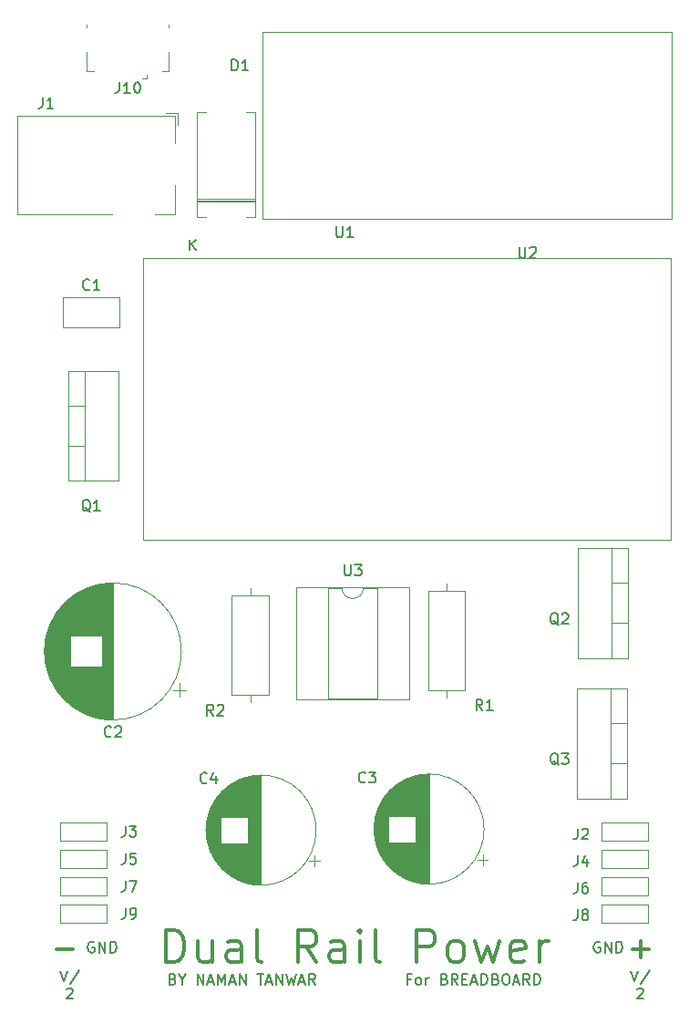
<source format=gbr>
%TF.GenerationSoftware,KiCad,Pcbnew,(6.0.8)*%
%TF.CreationDate,2022-10-21T20:47:53+05:30*%
%TF.ProjectId,Dual Rail Supply For Breadboard,4475616c-2052-4616-996c-20537570706c,rev?*%
%TF.SameCoordinates,Original*%
%TF.FileFunction,Legend,Top*%
%TF.FilePolarity,Positive*%
%FSLAX46Y46*%
G04 Gerber Fmt 4.6, Leading zero omitted, Abs format (unit mm)*
G04 Created by KiCad (PCBNEW (6.0.8)) date 2022-10-21 20:47:53*
%MOMM*%
%LPD*%
G01*
G04 APERTURE LIST*
%ADD10C,0.300000*%
%ADD11C,0.150000*%
%ADD12C,0.120000*%
G04 APERTURE END LIST*
D10*
X138238095Y-131642857D02*
X139761904Y-131642857D01*
D11*
X171166666Y-134428571D02*
X170833333Y-134428571D01*
X170833333Y-134952380D02*
X170833333Y-133952380D01*
X171309523Y-133952380D01*
X171833333Y-134952380D02*
X171738095Y-134904761D01*
X171690476Y-134857142D01*
X171642857Y-134761904D01*
X171642857Y-134476190D01*
X171690476Y-134380952D01*
X171738095Y-134333333D01*
X171833333Y-134285714D01*
X171976190Y-134285714D01*
X172071428Y-134333333D01*
X172119047Y-134380952D01*
X172166666Y-134476190D01*
X172166666Y-134761904D01*
X172119047Y-134857142D01*
X172071428Y-134904761D01*
X171976190Y-134952380D01*
X171833333Y-134952380D01*
X172595238Y-134952380D02*
X172595238Y-134285714D01*
X172595238Y-134476190D02*
X172642857Y-134380952D01*
X172690476Y-134333333D01*
X172785714Y-134285714D01*
X172880952Y-134285714D01*
X174309523Y-134428571D02*
X174452380Y-134476190D01*
X174500000Y-134523809D01*
X174547619Y-134619047D01*
X174547619Y-134761904D01*
X174500000Y-134857142D01*
X174452380Y-134904761D01*
X174357142Y-134952380D01*
X173976190Y-134952380D01*
X173976190Y-133952380D01*
X174309523Y-133952380D01*
X174404761Y-134000000D01*
X174452380Y-134047619D01*
X174500000Y-134142857D01*
X174500000Y-134238095D01*
X174452380Y-134333333D01*
X174404761Y-134380952D01*
X174309523Y-134428571D01*
X173976190Y-134428571D01*
X175547619Y-134952380D02*
X175214285Y-134476190D01*
X174976190Y-134952380D02*
X174976190Y-133952380D01*
X175357142Y-133952380D01*
X175452380Y-134000000D01*
X175500000Y-134047619D01*
X175547619Y-134142857D01*
X175547619Y-134285714D01*
X175500000Y-134380952D01*
X175452380Y-134428571D01*
X175357142Y-134476190D01*
X174976190Y-134476190D01*
X175976190Y-134428571D02*
X176309523Y-134428571D01*
X176452380Y-134952380D02*
X175976190Y-134952380D01*
X175976190Y-133952380D01*
X176452380Y-133952380D01*
X176833333Y-134666666D02*
X177309523Y-134666666D01*
X176738095Y-134952380D02*
X177071428Y-133952380D01*
X177404761Y-134952380D01*
X177738095Y-134952380D02*
X177738095Y-133952380D01*
X177976190Y-133952380D01*
X178119047Y-134000000D01*
X178214285Y-134095238D01*
X178261904Y-134190476D01*
X178309523Y-134380952D01*
X178309523Y-134523809D01*
X178261904Y-134714285D01*
X178214285Y-134809523D01*
X178119047Y-134904761D01*
X177976190Y-134952380D01*
X177738095Y-134952380D01*
X179071428Y-134428571D02*
X179214285Y-134476190D01*
X179261904Y-134523809D01*
X179309523Y-134619047D01*
X179309523Y-134761904D01*
X179261904Y-134857142D01*
X179214285Y-134904761D01*
X179119047Y-134952380D01*
X178738095Y-134952380D01*
X178738095Y-133952380D01*
X179071428Y-133952380D01*
X179166666Y-134000000D01*
X179214285Y-134047619D01*
X179261904Y-134142857D01*
X179261904Y-134238095D01*
X179214285Y-134333333D01*
X179166666Y-134380952D01*
X179071428Y-134428571D01*
X178738095Y-134428571D01*
X179928571Y-133952380D02*
X180119047Y-133952380D01*
X180214285Y-134000000D01*
X180309523Y-134095238D01*
X180357142Y-134285714D01*
X180357142Y-134619047D01*
X180309523Y-134809523D01*
X180214285Y-134904761D01*
X180119047Y-134952380D01*
X179928571Y-134952380D01*
X179833333Y-134904761D01*
X179738095Y-134809523D01*
X179690476Y-134619047D01*
X179690476Y-134285714D01*
X179738095Y-134095238D01*
X179833333Y-134000000D01*
X179928571Y-133952380D01*
X180738095Y-134666666D02*
X181214285Y-134666666D01*
X180642857Y-134952380D02*
X180976190Y-133952380D01*
X181309523Y-134952380D01*
X182214285Y-134952380D02*
X181880952Y-134476190D01*
X181642857Y-134952380D02*
X181642857Y-133952380D01*
X182023809Y-133952380D01*
X182119047Y-134000000D01*
X182166666Y-134047619D01*
X182214285Y-134142857D01*
X182214285Y-134285714D01*
X182166666Y-134380952D01*
X182119047Y-134428571D01*
X182023809Y-134476190D01*
X181642857Y-134476190D01*
X182642857Y-134952380D02*
X182642857Y-133952380D01*
X182880952Y-133952380D01*
X183023809Y-134000000D01*
X183119047Y-134095238D01*
X183166666Y-134190476D01*
X183214285Y-134380952D01*
X183214285Y-134523809D01*
X183166666Y-134714285D01*
X183119047Y-134809523D01*
X183023809Y-134904761D01*
X182880952Y-134952380D01*
X182642857Y-134952380D01*
D10*
X148428571Y-132857142D02*
X148428571Y-129857142D01*
X149142857Y-129857142D01*
X149571428Y-130000000D01*
X149857142Y-130285714D01*
X150000000Y-130571428D01*
X150142857Y-131142857D01*
X150142857Y-131571428D01*
X150000000Y-132142857D01*
X149857142Y-132428571D01*
X149571428Y-132714285D01*
X149142857Y-132857142D01*
X148428571Y-132857142D01*
X152714285Y-130857142D02*
X152714285Y-132857142D01*
X151428571Y-130857142D02*
X151428571Y-132428571D01*
X151571428Y-132714285D01*
X151857142Y-132857142D01*
X152285714Y-132857142D01*
X152571428Y-132714285D01*
X152714285Y-132571428D01*
X155428571Y-132857142D02*
X155428571Y-131285714D01*
X155285714Y-131000000D01*
X155000000Y-130857142D01*
X154428571Y-130857142D01*
X154142857Y-131000000D01*
X155428571Y-132714285D02*
X155142857Y-132857142D01*
X154428571Y-132857142D01*
X154142857Y-132714285D01*
X154000000Y-132428571D01*
X154000000Y-132142857D01*
X154142857Y-131857142D01*
X154428571Y-131714285D01*
X155142857Y-131714285D01*
X155428571Y-131571428D01*
X157285714Y-132857142D02*
X157000000Y-132714285D01*
X156857142Y-132428571D01*
X156857142Y-129857142D01*
X162428571Y-132857142D02*
X161428571Y-131428571D01*
X160714285Y-132857142D02*
X160714285Y-129857142D01*
X161857142Y-129857142D01*
X162142857Y-130000000D01*
X162285714Y-130142857D01*
X162428571Y-130428571D01*
X162428571Y-130857142D01*
X162285714Y-131142857D01*
X162142857Y-131285714D01*
X161857142Y-131428571D01*
X160714285Y-131428571D01*
X165000000Y-132857142D02*
X165000000Y-131285714D01*
X164857142Y-131000000D01*
X164571428Y-130857142D01*
X164000000Y-130857142D01*
X163714285Y-131000000D01*
X165000000Y-132714285D02*
X164714285Y-132857142D01*
X164000000Y-132857142D01*
X163714285Y-132714285D01*
X163571428Y-132428571D01*
X163571428Y-132142857D01*
X163714285Y-131857142D01*
X164000000Y-131714285D01*
X164714285Y-131714285D01*
X165000000Y-131571428D01*
X166428571Y-132857142D02*
X166428571Y-130857142D01*
X166428571Y-129857142D02*
X166285714Y-130000000D01*
X166428571Y-130142857D01*
X166571428Y-130000000D01*
X166428571Y-129857142D01*
X166428571Y-130142857D01*
X168285714Y-132857142D02*
X168000000Y-132714285D01*
X167857142Y-132428571D01*
X167857142Y-129857142D01*
X171714285Y-132857142D02*
X171714285Y-129857142D01*
X172857142Y-129857142D01*
X173142857Y-130000000D01*
X173285714Y-130142857D01*
X173428571Y-130428571D01*
X173428571Y-130857142D01*
X173285714Y-131142857D01*
X173142857Y-131285714D01*
X172857142Y-131428571D01*
X171714285Y-131428571D01*
X175142857Y-132857142D02*
X174857142Y-132714285D01*
X174714285Y-132571428D01*
X174571428Y-132285714D01*
X174571428Y-131428571D01*
X174714285Y-131142857D01*
X174857142Y-131000000D01*
X175142857Y-130857142D01*
X175571428Y-130857142D01*
X175857142Y-131000000D01*
X176000000Y-131142857D01*
X176142857Y-131428571D01*
X176142857Y-132285714D01*
X176000000Y-132571428D01*
X175857142Y-132714285D01*
X175571428Y-132857142D01*
X175142857Y-132857142D01*
X177142857Y-130857142D02*
X177714285Y-132857142D01*
X178285714Y-131428571D01*
X178857142Y-132857142D01*
X179428571Y-130857142D01*
X181714285Y-132714285D02*
X181428571Y-132857142D01*
X180857142Y-132857142D01*
X180571428Y-132714285D01*
X180428571Y-132428571D01*
X180428571Y-131285714D01*
X180571428Y-131000000D01*
X180857142Y-130857142D01*
X181428571Y-130857142D01*
X181714285Y-131000000D01*
X181857142Y-131285714D01*
X181857142Y-131571428D01*
X180428571Y-131857142D01*
X183142857Y-132857142D02*
X183142857Y-130857142D01*
X183142857Y-131428571D02*
X183285714Y-131142857D01*
X183428571Y-131000000D01*
X183714285Y-130857142D01*
X184000000Y-130857142D01*
D11*
X138642857Y-133647380D02*
X138976190Y-134647380D01*
X139309523Y-133647380D01*
X140357142Y-133599761D02*
X139500000Y-134885476D01*
X139214285Y-135352619D02*
X139261904Y-135305000D01*
X139357142Y-135257380D01*
X139595238Y-135257380D01*
X139690476Y-135305000D01*
X139738095Y-135352619D01*
X139785714Y-135447857D01*
X139785714Y-135543095D01*
X139738095Y-135685952D01*
X139166666Y-136257380D01*
X139785714Y-136257380D01*
X149071428Y-134428571D02*
X149214285Y-134476190D01*
X149261904Y-134523809D01*
X149309523Y-134619047D01*
X149309523Y-134761904D01*
X149261904Y-134857142D01*
X149214285Y-134904761D01*
X149119047Y-134952380D01*
X148738095Y-134952380D01*
X148738095Y-133952380D01*
X149071428Y-133952380D01*
X149166666Y-134000000D01*
X149214285Y-134047619D01*
X149261904Y-134142857D01*
X149261904Y-134238095D01*
X149214285Y-134333333D01*
X149166666Y-134380952D01*
X149071428Y-134428571D01*
X148738095Y-134428571D01*
X149928571Y-134476190D02*
X149928571Y-134952380D01*
X149595238Y-133952380D02*
X149928571Y-134476190D01*
X150261904Y-133952380D01*
X151357142Y-134952380D02*
X151357142Y-133952380D01*
X151928571Y-134952380D01*
X151928571Y-133952380D01*
X152357142Y-134666666D02*
X152833333Y-134666666D01*
X152261904Y-134952380D02*
X152595238Y-133952380D01*
X152928571Y-134952380D01*
X153261904Y-134952380D02*
X153261904Y-133952380D01*
X153595238Y-134666666D01*
X153928571Y-133952380D01*
X153928571Y-134952380D01*
X154357142Y-134666666D02*
X154833333Y-134666666D01*
X154261904Y-134952380D02*
X154595238Y-133952380D01*
X154928571Y-134952380D01*
X155261904Y-134952380D02*
X155261904Y-133952380D01*
X155833333Y-134952380D01*
X155833333Y-133952380D01*
X156928571Y-133952380D02*
X157500000Y-133952380D01*
X157214285Y-134952380D02*
X157214285Y-133952380D01*
X157785714Y-134666666D02*
X158261904Y-134666666D01*
X157690476Y-134952380D02*
X158023809Y-133952380D01*
X158357142Y-134952380D01*
X158690476Y-134952380D02*
X158690476Y-133952380D01*
X159261904Y-134952380D01*
X159261904Y-133952380D01*
X159642857Y-133952380D02*
X159880952Y-134952380D01*
X160071428Y-134238095D01*
X160261904Y-134952380D01*
X160500000Y-133952380D01*
X160833333Y-134666666D02*
X161309523Y-134666666D01*
X160738095Y-134952380D02*
X161071428Y-133952380D01*
X161404761Y-134952380D01*
X162309523Y-134952380D02*
X161976190Y-134476190D01*
X161738095Y-134952380D02*
X161738095Y-133952380D01*
X162119047Y-133952380D01*
X162214285Y-134000000D01*
X162261904Y-134047619D01*
X162309523Y-134142857D01*
X162309523Y-134285714D01*
X162261904Y-134380952D01*
X162214285Y-134428571D01*
X162119047Y-134476190D01*
X161738095Y-134476190D01*
D10*
X191738095Y-131642857D02*
X193261904Y-131642857D01*
X192500000Y-132404761D02*
X192500000Y-130880952D01*
D11*
X191642857Y-133647380D02*
X191976190Y-134647380D01*
X192309523Y-133647380D01*
X193357142Y-133599761D02*
X192500000Y-134885476D01*
X192214285Y-135352619D02*
X192261904Y-135305000D01*
X192357142Y-135257380D01*
X192595238Y-135257380D01*
X192690476Y-135305000D01*
X192738095Y-135352619D01*
X192785714Y-135447857D01*
X192785714Y-135543095D01*
X192738095Y-135685952D01*
X192166666Y-136257380D01*
X192785714Y-136257380D01*
X188738095Y-131000000D02*
X188642857Y-130952380D01*
X188500000Y-130952380D01*
X188357142Y-131000000D01*
X188261904Y-131095238D01*
X188214285Y-131190476D01*
X188166666Y-131380952D01*
X188166666Y-131523809D01*
X188214285Y-131714285D01*
X188261904Y-131809523D01*
X188357142Y-131904761D01*
X188500000Y-131952380D01*
X188595238Y-131952380D01*
X188738095Y-131904761D01*
X188785714Y-131857142D01*
X188785714Y-131523809D01*
X188595238Y-131523809D01*
X189214285Y-131952380D02*
X189214285Y-130952380D01*
X189785714Y-131952380D01*
X189785714Y-130952380D01*
X190261904Y-131952380D02*
X190261904Y-130952380D01*
X190500000Y-130952380D01*
X190642857Y-131000000D01*
X190738095Y-131095238D01*
X190785714Y-131190476D01*
X190833333Y-131380952D01*
X190833333Y-131523809D01*
X190785714Y-131714285D01*
X190738095Y-131809523D01*
X190642857Y-131904761D01*
X190500000Y-131952380D01*
X190261904Y-131952380D01*
X141738095Y-131000000D02*
X141642857Y-130952380D01*
X141500000Y-130952380D01*
X141357142Y-131000000D01*
X141261904Y-131095238D01*
X141214285Y-131190476D01*
X141166666Y-131380952D01*
X141166666Y-131523809D01*
X141214285Y-131714285D01*
X141261904Y-131809523D01*
X141357142Y-131904761D01*
X141500000Y-131952380D01*
X141595238Y-131952380D01*
X141738095Y-131904761D01*
X141785714Y-131857142D01*
X141785714Y-131523809D01*
X141595238Y-131523809D01*
X142214285Y-131952380D02*
X142214285Y-130952380D01*
X142785714Y-131952380D01*
X142785714Y-130952380D01*
X143261904Y-131952380D02*
X143261904Y-130952380D01*
X143500000Y-130952380D01*
X143642857Y-131000000D01*
X143738095Y-131095238D01*
X143785714Y-131190476D01*
X143833333Y-131380952D01*
X143833333Y-131523809D01*
X143785714Y-131714285D01*
X143738095Y-131809523D01*
X143642857Y-131904761D01*
X143500000Y-131952380D01*
X143261904Y-131952380D01*
%TO.C,J5*%
X144666666Y-122743980D02*
X144666666Y-123458266D01*
X144619047Y-123601123D01*
X144523809Y-123696361D01*
X144380952Y-123743980D01*
X144285714Y-123743980D01*
X145619047Y-122743980D02*
X145142857Y-122743980D01*
X145095238Y-123220171D01*
X145142857Y-123172552D01*
X145238095Y-123124933D01*
X145476190Y-123124933D01*
X145571428Y-123172552D01*
X145619047Y-123220171D01*
X145666666Y-123315409D01*
X145666666Y-123553504D01*
X145619047Y-123648742D01*
X145571428Y-123696361D01*
X145476190Y-123743980D01*
X145238095Y-123743980D01*
X145142857Y-123696361D01*
X145095238Y-123648742D01*
%TO.C,J10*%
X144090476Y-51152380D02*
X144090476Y-51866666D01*
X144042857Y-52009523D01*
X143947619Y-52104761D01*
X143804761Y-52152380D01*
X143709523Y-52152380D01*
X145090476Y-52152380D02*
X144519047Y-52152380D01*
X144804761Y-52152380D02*
X144804761Y-51152380D01*
X144709523Y-51295238D01*
X144614285Y-51390476D01*
X144519047Y-51438095D01*
X145709523Y-51152380D02*
X145804761Y-51152380D01*
X145900000Y-51200000D01*
X145947619Y-51247619D01*
X145995238Y-51342857D01*
X146042857Y-51533333D01*
X146042857Y-51771428D01*
X145995238Y-51961904D01*
X145947619Y-52057142D01*
X145900000Y-52104761D01*
X145804761Y-52152380D01*
X145709523Y-52152380D01*
X145614285Y-52104761D01*
X145566666Y-52057142D01*
X145519047Y-51961904D01*
X145471428Y-51771428D01*
X145471428Y-51533333D01*
X145519047Y-51342857D01*
X145566666Y-51247619D01*
X145614285Y-51200000D01*
X145709523Y-51152380D01*
%TO.C,J8*%
X186666666Y-127952380D02*
X186666666Y-128666666D01*
X186619047Y-128809523D01*
X186523809Y-128904761D01*
X186380952Y-128952380D01*
X186285714Y-128952380D01*
X187285714Y-128380952D02*
X187190476Y-128333333D01*
X187142857Y-128285714D01*
X187095238Y-128190476D01*
X187095238Y-128142857D01*
X187142857Y-128047619D01*
X187190476Y-128000000D01*
X187285714Y-127952380D01*
X187476190Y-127952380D01*
X187571428Y-128000000D01*
X187619047Y-128047619D01*
X187666666Y-128142857D01*
X187666666Y-128190476D01*
X187619047Y-128285714D01*
X187571428Y-128333333D01*
X187476190Y-128380952D01*
X187285714Y-128380952D01*
X187190476Y-128428571D01*
X187142857Y-128476190D01*
X187095238Y-128571428D01*
X187095238Y-128761904D01*
X187142857Y-128857142D01*
X187190476Y-128904761D01*
X187285714Y-128952380D01*
X187476190Y-128952380D01*
X187571428Y-128904761D01*
X187619047Y-128857142D01*
X187666666Y-128761904D01*
X187666666Y-128571428D01*
X187619047Y-128476190D01*
X187571428Y-128428571D01*
X187476190Y-128380952D01*
%TO.C,J6*%
X186666666Y-125452380D02*
X186666666Y-126166666D01*
X186619047Y-126309523D01*
X186523809Y-126404761D01*
X186380952Y-126452380D01*
X186285714Y-126452380D01*
X187571428Y-125452380D02*
X187380952Y-125452380D01*
X187285714Y-125500000D01*
X187238095Y-125547619D01*
X187142857Y-125690476D01*
X187095238Y-125880952D01*
X187095238Y-126261904D01*
X187142857Y-126357142D01*
X187190476Y-126404761D01*
X187285714Y-126452380D01*
X187476190Y-126452380D01*
X187571428Y-126404761D01*
X187619047Y-126357142D01*
X187666666Y-126261904D01*
X187666666Y-126023809D01*
X187619047Y-125928571D01*
X187571428Y-125880952D01*
X187476190Y-125833333D01*
X187285714Y-125833333D01*
X187190476Y-125880952D01*
X187142857Y-125928571D01*
X187095238Y-126023809D01*
%TO.C,U2*%
X181238095Y-66452380D02*
X181238095Y-67261904D01*
X181285714Y-67357142D01*
X181333333Y-67404761D01*
X181428571Y-67452380D01*
X181619047Y-67452380D01*
X181714285Y-67404761D01*
X181761904Y-67357142D01*
X181809523Y-67261904D01*
X181809523Y-66452380D01*
X182238095Y-66547619D02*
X182285714Y-66500000D01*
X182380952Y-66452380D01*
X182619047Y-66452380D01*
X182714285Y-66500000D01*
X182761904Y-66547619D01*
X182809523Y-66642857D01*
X182809523Y-66738095D01*
X182761904Y-66880952D01*
X182190476Y-67452380D01*
X182809523Y-67452380D01*
%TO.C,U1*%
X164259595Y-64549180D02*
X164259595Y-65358704D01*
X164307214Y-65453942D01*
X164354833Y-65501561D01*
X164450071Y-65549180D01*
X164640547Y-65549180D01*
X164735785Y-65501561D01*
X164783404Y-65453942D01*
X164831023Y-65358704D01*
X164831023Y-64549180D01*
X165831023Y-65549180D02*
X165259595Y-65549180D01*
X165545309Y-65549180D02*
X165545309Y-64549180D01*
X165450071Y-64692038D01*
X165354833Y-64787276D01*
X165259595Y-64834895D01*
%TO.C,C1*%
X141333333Y-70357142D02*
X141285714Y-70404761D01*
X141142857Y-70452380D01*
X141047619Y-70452380D01*
X140904761Y-70404761D01*
X140809523Y-70309523D01*
X140761904Y-70214285D01*
X140714285Y-70023809D01*
X140714285Y-69880952D01*
X140761904Y-69690476D01*
X140809523Y-69595238D01*
X140904761Y-69500000D01*
X141047619Y-69452380D01*
X141142857Y-69452380D01*
X141285714Y-69500000D01*
X141333333Y-69547619D01*
X142285714Y-70452380D02*
X141714285Y-70452380D01*
X142000000Y-70452380D02*
X142000000Y-69452380D01*
X141904761Y-69595238D01*
X141809523Y-69690476D01*
X141714285Y-69738095D01*
%TO.C,C3*%
X166965810Y-116098742D02*
X166918191Y-116146361D01*
X166775334Y-116193980D01*
X166680096Y-116193980D01*
X166537238Y-116146361D01*
X166442000Y-116051123D01*
X166394381Y-115955885D01*
X166346762Y-115765409D01*
X166346762Y-115622552D01*
X166394381Y-115432076D01*
X166442000Y-115336838D01*
X166537238Y-115241600D01*
X166680096Y-115193980D01*
X166775334Y-115193980D01*
X166918191Y-115241600D01*
X166965810Y-115289219D01*
X167299143Y-115193980D02*
X167918191Y-115193980D01*
X167584857Y-115574933D01*
X167727715Y-115574933D01*
X167822953Y-115622552D01*
X167870572Y-115670171D01*
X167918191Y-115765409D01*
X167918191Y-116003504D01*
X167870572Y-116098742D01*
X167822953Y-116146361D01*
X167727715Y-116193980D01*
X167442000Y-116193980D01*
X167346762Y-116146361D01*
X167299143Y-116098742D01*
%TO.C,D1*%
X154561904Y-50052380D02*
X154561904Y-49052380D01*
X154800000Y-49052380D01*
X154942857Y-49100000D01*
X155038095Y-49195238D01*
X155085714Y-49290476D01*
X155133333Y-49480952D01*
X155133333Y-49623809D01*
X155085714Y-49814285D01*
X155038095Y-49909523D01*
X154942857Y-50004761D01*
X154800000Y-50052380D01*
X154561904Y-50052380D01*
X156085714Y-50052380D02*
X155514285Y-50052380D01*
X155800000Y-50052380D02*
X155800000Y-49052380D01*
X155704761Y-49195238D01*
X155609523Y-49290476D01*
X155514285Y-49338095D01*
X150638095Y-66752380D02*
X150638095Y-65752380D01*
X151209523Y-66752380D02*
X150780952Y-66180952D01*
X151209523Y-65752380D02*
X150638095Y-66323809D01*
%TO.C,Q2*%
X184904761Y-101547619D02*
X184809523Y-101500000D01*
X184714285Y-101404761D01*
X184571428Y-101261904D01*
X184476190Y-101214285D01*
X184380952Y-101214285D01*
X184428571Y-101452380D02*
X184333333Y-101404761D01*
X184238095Y-101309523D01*
X184190476Y-101119047D01*
X184190476Y-100785714D01*
X184238095Y-100595238D01*
X184333333Y-100500000D01*
X184428571Y-100452380D01*
X184619047Y-100452380D01*
X184714285Y-100500000D01*
X184809523Y-100595238D01*
X184857142Y-100785714D01*
X184857142Y-101119047D01*
X184809523Y-101309523D01*
X184714285Y-101404761D01*
X184619047Y-101452380D01*
X184428571Y-101452380D01*
X185238095Y-100547619D02*
X185285714Y-100500000D01*
X185380952Y-100452380D01*
X185619047Y-100452380D01*
X185714285Y-100500000D01*
X185761904Y-100547619D01*
X185809523Y-100642857D01*
X185809523Y-100738095D01*
X185761904Y-100880952D01*
X185190476Y-101452380D01*
X185809523Y-101452380D01*
%TO.C,C2*%
X143333333Y-111857142D02*
X143285714Y-111904761D01*
X143142857Y-111952380D01*
X143047619Y-111952380D01*
X142904761Y-111904761D01*
X142809523Y-111809523D01*
X142761904Y-111714285D01*
X142714285Y-111523809D01*
X142714285Y-111380952D01*
X142761904Y-111190476D01*
X142809523Y-111095238D01*
X142904761Y-111000000D01*
X143047619Y-110952380D01*
X143142857Y-110952380D01*
X143285714Y-111000000D01*
X143333333Y-111047619D01*
X143714285Y-111047619D02*
X143761904Y-111000000D01*
X143857142Y-110952380D01*
X144095238Y-110952380D01*
X144190476Y-111000000D01*
X144238095Y-111047619D01*
X144285714Y-111142857D01*
X144285714Y-111238095D01*
X144238095Y-111380952D01*
X143666666Y-111952380D01*
X144285714Y-111952380D01*
%TO.C,J2*%
X186666666Y-120452380D02*
X186666666Y-121166666D01*
X186619047Y-121309523D01*
X186523809Y-121404761D01*
X186380952Y-121452380D01*
X186285714Y-121452380D01*
X187095238Y-120547619D02*
X187142857Y-120500000D01*
X187238095Y-120452380D01*
X187476190Y-120452380D01*
X187571428Y-120500000D01*
X187619047Y-120547619D01*
X187666666Y-120642857D01*
X187666666Y-120738095D01*
X187619047Y-120880952D01*
X187047619Y-121452380D01*
X187666666Y-121452380D01*
%TO.C,J9*%
X144666666Y-127823980D02*
X144666666Y-128538266D01*
X144619047Y-128681123D01*
X144523809Y-128776361D01*
X144380952Y-128823980D01*
X144285714Y-128823980D01*
X145190476Y-128823980D02*
X145380952Y-128823980D01*
X145476190Y-128776361D01*
X145523809Y-128728742D01*
X145619047Y-128585885D01*
X145666666Y-128395409D01*
X145666666Y-128014457D01*
X145619047Y-127919219D01*
X145571428Y-127871600D01*
X145476190Y-127823980D01*
X145285714Y-127823980D01*
X145190476Y-127871600D01*
X145142857Y-127919219D01*
X145095238Y-128014457D01*
X145095238Y-128252552D01*
X145142857Y-128347790D01*
X145190476Y-128395409D01*
X145285714Y-128443028D01*
X145476190Y-128443028D01*
X145571428Y-128395409D01*
X145619047Y-128347790D01*
X145666666Y-128252552D01*
%TO.C,U3*%
X165014695Y-95952380D02*
X165014695Y-96761904D01*
X165062314Y-96857142D01*
X165109933Y-96904761D01*
X165205171Y-96952380D01*
X165395647Y-96952380D01*
X165490885Y-96904761D01*
X165538504Y-96857142D01*
X165586123Y-96761904D01*
X165586123Y-95952380D01*
X165967076Y-95952380D02*
X166586123Y-95952380D01*
X166252790Y-96333333D01*
X166395647Y-96333333D01*
X166490885Y-96380952D01*
X166538504Y-96428571D01*
X166586123Y-96523809D01*
X166586123Y-96761904D01*
X166538504Y-96857142D01*
X166490885Y-96904761D01*
X166395647Y-96952380D01*
X166109933Y-96952380D01*
X166014695Y-96904761D01*
X165967076Y-96857142D01*
%TO.C,J4*%
X186666666Y-122952380D02*
X186666666Y-123666666D01*
X186619047Y-123809523D01*
X186523809Y-123904761D01*
X186380952Y-123952380D01*
X186285714Y-123952380D01*
X187571428Y-123285714D02*
X187571428Y-123952380D01*
X187333333Y-122904761D02*
X187095238Y-123619047D01*
X187714285Y-123619047D01*
%TO.C,J3*%
X144666666Y-120203980D02*
X144666666Y-120918266D01*
X144619047Y-121061123D01*
X144523809Y-121156361D01*
X144380952Y-121203980D01*
X144285714Y-121203980D01*
X145047619Y-120203980D02*
X145666666Y-120203980D01*
X145333333Y-120584933D01*
X145476190Y-120584933D01*
X145571428Y-120632552D01*
X145619047Y-120680171D01*
X145666666Y-120775409D01*
X145666666Y-121013504D01*
X145619047Y-121108742D01*
X145571428Y-121156361D01*
X145476190Y-121203980D01*
X145190476Y-121203980D01*
X145095238Y-121156361D01*
X145047619Y-121108742D01*
%TO.C,Q3*%
X184904761Y-114547619D02*
X184809523Y-114500000D01*
X184714285Y-114404761D01*
X184571428Y-114261904D01*
X184476190Y-114214285D01*
X184380952Y-114214285D01*
X184428571Y-114452380D02*
X184333333Y-114404761D01*
X184238095Y-114309523D01*
X184190476Y-114119047D01*
X184190476Y-113785714D01*
X184238095Y-113595238D01*
X184333333Y-113500000D01*
X184428571Y-113452380D01*
X184619047Y-113452380D01*
X184714285Y-113500000D01*
X184809523Y-113595238D01*
X184857142Y-113785714D01*
X184857142Y-114119047D01*
X184809523Y-114309523D01*
X184714285Y-114404761D01*
X184619047Y-114452380D01*
X184428571Y-114452380D01*
X185190476Y-113452380D02*
X185809523Y-113452380D01*
X185476190Y-113833333D01*
X185619047Y-113833333D01*
X185714285Y-113880952D01*
X185761904Y-113928571D01*
X185809523Y-114023809D01*
X185809523Y-114261904D01*
X185761904Y-114357142D01*
X185714285Y-114404761D01*
X185619047Y-114452380D01*
X185333333Y-114452380D01*
X185238095Y-114404761D01*
X185190476Y-114357142D01*
%TO.C,C4*%
X152233333Y-116157142D02*
X152185714Y-116204761D01*
X152042857Y-116252380D01*
X151947619Y-116252380D01*
X151804761Y-116204761D01*
X151709523Y-116109523D01*
X151661904Y-116014285D01*
X151614285Y-115823809D01*
X151614285Y-115680952D01*
X151661904Y-115490476D01*
X151709523Y-115395238D01*
X151804761Y-115300000D01*
X151947619Y-115252380D01*
X152042857Y-115252380D01*
X152185714Y-115300000D01*
X152233333Y-115347619D01*
X153090476Y-115585714D02*
X153090476Y-116252380D01*
X152852380Y-115204761D02*
X152614285Y-115919047D01*
X153233333Y-115919047D01*
%TO.C,R2*%
X152833333Y-109952380D02*
X152500000Y-109476190D01*
X152261904Y-109952380D02*
X152261904Y-108952380D01*
X152642857Y-108952380D01*
X152738095Y-109000000D01*
X152785714Y-109047619D01*
X152833333Y-109142857D01*
X152833333Y-109285714D01*
X152785714Y-109380952D01*
X152738095Y-109428571D01*
X152642857Y-109476190D01*
X152261904Y-109476190D01*
X153214285Y-109047619D02*
X153261904Y-109000000D01*
X153357142Y-108952380D01*
X153595238Y-108952380D01*
X153690476Y-109000000D01*
X153738095Y-109047619D01*
X153785714Y-109142857D01*
X153785714Y-109238095D01*
X153738095Y-109380952D01*
X153166666Y-109952380D01*
X153785714Y-109952380D01*
%TO.C,Q1*%
X141404761Y-91047619D02*
X141309523Y-91000000D01*
X141214285Y-90904761D01*
X141071428Y-90761904D01*
X140976190Y-90714285D01*
X140880952Y-90714285D01*
X140928571Y-90952380D02*
X140833333Y-90904761D01*
X140738095Y-90809523D01*
X140690476Y-90619047D01*
X140690476Y-90285714D01*
X140738095Y-90095238D01*
X140833333Y-90000000D01*
X140928571Y-89952380D01*
X141119047Y-89952380D01*
X141214285Y-90000000D01*
X141309523Y-90095238D01*
X141357142Y-90285714D01*
X141357142Y-90619047D01*
X141309523Y-90809523D01*
X141214285Y-90904761D01*
X141119047Y-90952380D01*
X140928571Y-90952380D01*
X142309523Y-90952380D02*
X141738095Y-90952380D01*
X142023809Y-90952380D02*
X142023809Y-89952380D01*
X141928571Y-90095238D01*
X141833333Y-90190476D01*
X141738095Y-90238095D01*
%TO.C,R1*%
X177833333Y-109452380D02*
X177500000Y-108976190D01*
X177261904Y-109452380D02*
X177261904Y-108452380D01*
X177642857Y-108452380D01*
X177738095Y-108500000D01*
X177785714Y-108547619D01*
X177833333Y-108642857D01*
X177833333Y-108785714D01*
X177785714Y-108880952D01*
X177738095Y-108928571D01*
X177642857Y-108976190D01*
X177261904Y-108976190D01*
X178785714Y-109452380D02*
X178214285Y-109452380D01*
X178500000Y-109452380D02*
X178500000Y-108452380D01*
X178404761Y-108595238D01*
X178309523Y-108690476D01*
X178214285Y-108738095D01*
%TO.C,J7*%
X144666666Y-125283980D02*
X144666666Y-125998266D01*
X144619047Y-126141123D01*
X144523809Y-126236361D01*
X144380952Y-126283980D01*
X144285714Y-126283980D01*
X145047619Y-125283980D02*
X145714285Y-125283980D01*
X145285714Y-126283980D01*
%TO.C,J1*%
X136966666Y-52552380D02*
X136966666Y-53266666D01*
X136919047Y-53409523D01*
X136823809Y-53504761D01*
X136680952Y-53552380D01*
X136585714Y-53552380D01*
X137966666Y-53552380D02*
X137395238Y-53552380D01*
X137680952Y-53552380D02*
X137680952Y-52552380D01*
X137585714Y-52695238D01*
X137490476Y-52790476D01*
X137395238Y-52838095D01*
D12*
%TO.C,J5*%
X138619800Y-124129800D02*
X142912400Y-124129800D01*
X142912400Y-124129800D02*
X142912400Y-122453400D01*
X142912400Y-122453400D02*
X138619800Y-122453400D01*
X138619800Y-122453400D02*
X138619800Y-124129800D01*
%TO.C,J10*%
X148710000Y-48380000D02*
X148710000Y-50110000D01*
X146660000Y-50810000D02*
X146210000Y-50810000D01*
X141090000Y-48380000D02*
X141090000Y-50110000D01*
X141090000Y-45810000D02*
X141090000Y-46020000D01*
X148710000Y-45810000D02*
X148710000Y-46020000D01*
X141090000Y-50110000D02*
X141740000Y-50110000D01*
X148710000Y-50110000D02*
X148050000Y-50110000D01*
X146660000Y-50810000D02*
X146660000Y-50420000D01*
%TO.C,J8*%
X188899800Y-129209800D02*
X193192400Y-129209800D01*
X193192400Y-129209800D02*
X193192400Y-127533400D01*
X193192400Y-127533400D02*
X188899800Y-127533400D01*
X188899800Y-127533400D02*
X188899800Y-129209800D01*
%TO.C,J6*%
X188899800Y-126669800D02*
X193192400Y-126669800D01*
X193192400Y-126669800D02*
X193192400Y-124993400D01*
X193192400Y-124993400D02*
X188899800Y-124993400D01*
X188899800Y-124993400D02*
X188899800Y-126669800D01*
%TO.C,U2*%
X146278600Y-93611700D02*
X195326000Y-93611700D01*
X195326000Y-93611700D02*
X195326000Y-67500500D01*
X195326000Y-67500500D02*
X146278600Y-67500500D01*
X146278600Y-67500500D02*
X146278600Y-93611700D01*
%TO.C,U1*%
X157438900Y-46493200D02*
X195437300Y-46493200D01*
X195437300Y-46493200D02*
X195437300Y-63866800D01*
X195437300Y-63866800D02*
X157438900Y-63866800D01*
X157438900Y-63866800D02*
X157438900Y-46493200D01*
%TO.C,C1*%
X138880000Y-73870000D02*
X144120000Y-73870000D01*
X138880000Y-71130000D02*
X138880000Y-73870000D01*
X138880000Y-71130000D02*
X144120000Y-71130000D01*
X144120000Y-71130000D02*
X144120000Y-73870000D01*
%TO.C,C3*%
X171426677Y-119259000D02*
X171426677Y-115626000D01*
X171586677Y-119259000D02*
X171586677Y-115582000D01*
X171146677Y-119259000D02*
X171146677Y-115717000D01*
X170746677Y-125121000D02*
X170746677Y-121741000D01*
X169186677Y-119259000D02*
X169186677Y-116980000D01*
X169146677Y-123978000D02*
X169146677Y-121741000D01*
X169306677Y-119259000D02*
X169306677Y-116860000D01*
X168826677Y-123606000D02*
X168826677Y-117394000D01*
X170386677Y-124940000D02*
X170386677Y-121741000D01*
X171386677Y-119259000D02*
X171386677Y-115638000D01*
X170946677Y-125207000D02*
X170946677Y-121741000D01*
X169826677Y-119259000D02*
X169826677Y-116420000D01*
X170586677Y-125045000D02*
X170586677Y-121741000D01*
X169746677Y-119259000D02*
X169746677Y-116480000D01*
X168546677Y-123209000D02*
X168546677Y-117791000D01*
X170826677Y-119259000D02*
X170826677Y-115843000D01*
X169186677Y-124020000D02*
X169186677Y-121741000D01*
X171026677Y-125238000D02*
X171026677Y-121741000D01*
X170586677Y-119259000D02*
X170586677Y-115955000D01*
X171266677Y-125324000D02*
X171266677Y-121741000D01*
X170426677Y-124962000D02*
X170426677Y-121741000D01*
X169866677Y-119259000D02*
X169866677Y-116390000D01*
X172146677Y-125530000D02*
X172146677Y-115470000D01*
X177847323Y-123875000D02*
X177847323Y-122875000D01*
X170066677Y-119259000D02*
X170066677Y-116253000D01*
X169586677Y-119259000D02*
X169586677Y-116608000D01*
X168106677Y-122346000D02*
X168106677Y-118654000D01*
X168226677Y-122625000D02*
X168226677Y-118375000D01*
X169786677Y-119259000D02*
X169786677Y-116450000D01*
X172667677Y-125577000D02*
X172667677Y-115423000D01*
X168746677Y-123500000D02*
X168746677Y-117500000D01*
X170026677Y-119259000D02*
X170026677Y-116279000D01*
X169786677Y-124550000D02*
X169786677Y-121741000D01*
X171066677Y-119259000D02*
X171066677Y-115746000D01*
X168946677Y-123754000D02*
X168946677Y-117246000D01*
X172347677Y-125554000D02*
X172347677Y-115446000D01*
X167946677Y-121878000D02*
X167946677Y-119122000D01*
X170226677Y-119259000D02*
X170226677Y-116153000D01*
X169626677Y-124425000D02*
X169626677Y-121741000D01*
X170666677Y-125084000D02*
X170666677Y-121741000D01*
X170626677Y-119259000D02*
X170626677Y-115936000D01*
X171186677Y-125297000D02*
X171186677Y-121741000D01*
X169946677Y-119259000D02*
X169946677Y-116334000D01*
X169746677Y-124520000D02*
X169746677Y-121741000D01*
X168266677Y-122709000D02*
X168266677Y-118291000D01*
X172066677Y-125518000D02*
X172066677Y-115482000D01*
X168146677Y-122444000D02*
X168146677Y-118556000D01*
X171106677Y-125268000D02*
X171106677Y-121741000D01*
X171346677Y-119259000D02*
X171346677Y-115650000D01*
X169066677Y-123892000D02*
X169066677Y-117108000D01*
X170106677Y-119259000D02*
X170106677Y-116227000D01*
X171666677Y-125438000D02*
X171666677Y-115562000D01*
X171466677Y-125385000D02*
X171466677Y-121741000D01*
X169426677Y-124253000D02*
X169426677Y-121741000D01*
X170386677Y-119259000D02*
X170386677Y-116060000D01*
X170346677Y-119259000D02*
X170346677Y-116083000D01*
X168026677Y-122130000D02*
X168026677Y-118870000D01*
X171506677Y-125397000D02*
X171506677Y-121741000D01*
X168346677Y-122865000D02*
X168346677Y-118135000D01*
X169546677Y-119259000D02*
X169546677Y-116642000D01*
X170866677Y-119259000D02*
X170866677Y-115826000D01*
X172867677Y-125580000D02*
X172867677Y-115420000D01*
X168866677Y-123656000D02*
X168866677Y-117344000D01*
X168986677Y-123801000D02*
X168986677Y-117199000D01*
X170906677Y-125190000D02*
X170906677Y-121741000D01*
X170026677Y-124721000D02*
X170026677Y-121741000D01*
X172507677Y-125568000D02*
X172507677Y-115432000D01*
X170186677Y-119259000D02*
X170186677Y-116177000D01*
X169906677Y-119259000D02*
X169906677Y-116362000D01*
X170186677Y-124823000D02*
X170186677Y-121741000D01*
X169346677Y-119259000D02*
X169346677Y-116821000D01*
X170306677Y-119259000D02*
X170306677Y-116105000D01*
X169626677Y-119259000D02*
X169626677Y-116575000D01*
X170906677Y-119259000D02*
X170906677Y-115810000D01*
X171706677Y-125447000D02*
X171706677Y-115553000D01*
X170066677Y-124747000D02*
X170066677Y-121741000D01*
X170706677Y-125103000D02*
X170706677Y-121741000D01*
X170506677Y-125004000D02*
X170506677Y-121741000D01*
X172026677Y-125511000D02*
X172026677Y-115489000D01*
X170826677Y-125157000D02*
X170826677Y-121741000D01*
X170266677Y-124871000D02*
X170266677Y-121741000D01*
X167986677Y-122010000D02*
X167986677Y-118990000D01*
X169026677Y-123847000D02*
X169026677Y-117153000D01*
X167866677Y-121562000D02*
X167866677Y-119438000D01*
X170546677Y-119259000D02*
X170546677Y-115975000D01*
X171106677Y-119259000D02*
X171106677Y-115732000D01*
X168066677Y-122242000D02*
X168066677Y-118758000D01*
X171946677Y-125497000D02*
X171946677Y-115503000D01*
X169666677Y-124457000D02*
X169666677Y-121741000D01*
X171866677Y-125482000D02*
X171866677Y-115518000D01*
X171226677Y-119259000D02*
X171226677Y-115689000D01*
X169346677Y-124179000D02*
X169346677Y-121741000D01*
X178347323Y-123375000D02*
X177347323Y-123375000D01*
X172187677Y-125535000D02*
X172187677Y-115465000D01*
X171466677Y-119259000D02*
X171466677Y-115615000D01*
X169146677Y-119259000D02*
X169146677Y-117022000D01*
X172747677Y-125579000D02*
X172747677Y-115421000D01*
X172627677Y-125575000D02*
X172627677Y-115425000D01*
X170626677Y-125064000D02*
X170626677Y-121741000D01*
X169506677Y-119259000D02*
X169506677Y-116676000D01*
X169386677Y-119259000D02*
X169386677Y-116784000D01*
X171266677Y-119259000D02*
X171266677Y-115676000D01*
X170986677Y-119259000D02*
X170986677Y-115777000D01*
X167906677Y-121730000D02*
X167906677Y-119270000D01*
X171386677Y-125362000D02*
X171386677Y-121741000D01*
X168306677Y-122789000D02*
X168306677Y-118211000D01*
X170986677Y-125223000D02*
X170986677Y-121741000D01*
X169906677Y-124638000D02*
X169906677Y-121741000D01*
X169986677Y-124694000D02*
X169986677Y-121741000D01*
X171546677Y-119259000D02*
X171546677Y-115593000D01*
X171626677Y-125428000D02*
X171626677Y-115572000D01*
X169546677Y-124358000D02*
X169546677Y-121741000D01*
X171306677Y-125337000D02*
X171306677Y-121741000D01*
X171546677Y-125407000D02*
X171546677Y-121741000D01*
X169386677Y-124216000D02*
X169386677Y-121741000D01*
X170266677Y-119259000D02*
X170266677Y-116129000D01*
X168586677Y-123270000D02*
X168586677Y-117730000D01*
X168626677Y-123330000D02*
X168626677Y-117670000D01*
X169266677Y-124101000D02*
X169266677Y-121741000D01*
X172467677Y-125565000D02*
X172467677Y-115435000D01*
X169986677Y-119259000D02*
X169986677Y-116306000D01*
X168786677Y-123554000D02*
X168786677Y-117446000D01*
X171906677Y-125490000D02*
X171906677Y-115510000D01*
X170106677Y-124773000D02*
X170106677Y-121741000D01*
X171826677Y-125474000D02*
X171826677Y-115526000D01*
X170226677Y-124847000D02*
X170226677Y-121741000D01*
X172227677Y-125540000D02*
X172227677Y-115460000D01*
X172787677Y-125580000D02*
X172787677Y-115420000D01*
X171306677Y-119259000D02*
X171306677Y-115663000D01*
X171506677Y-119259000D02*
X171506677Y-115603000D01*
X170146677Y-119259000D02*
X170146677Y-116202000D01*
X171026677Y-119259000D02*
X171026677Y-115762000D01*
X172827677Y-125580000D02*
X172827677Y-115420000D01*
X170426677Y-119259000D02*
X170426677Y-116038000D01*
X169306677Y-124140000D02*
X169306677Y-121741000D01*
X171226677Y-125311000D02*
X171226677Y-121741000D01*
X170666677Y-119259000D02*
X170666677Y-115916000D01*
X168666677Y-123389000D02*
X168666677Y-117611000D01*
X170466677Y-124983000D02*
X170466677Y-121741000D01*
X168706677Y-123445000D02*
X168706677Y-117555000D01*
X170546677Y-125025000D02*
X170546677Y-121741000D01*
X168506677Y-123145000D02*
X168506677Y-117855000D01*
X169666677Y-119259000D02*
X169666677Y-116543000D01*
X172267677Y-125545000D02*
X172267677Y-115455000D01*
X171346677Y-125350000D02*
X171346677Y-121741000D01*
X170466677Y-119259000D02*
X170466677Y-116017000D01*
X170946677Y-119259000D02*
X170946677Y-115793000D01*
X168186677Y-122537000D02*
X168186677Y-118463000D01*
X171146677Y-125283000D02*
X171146677Y-121741000D01*
X170786677Y-119259000D02*
X170786677Y-115861000D01*
X171986677Y-125504000D02*
X171986677Y-115496000D01*
X169706677Y-124489000D02*
X169706677Y-121741000D01*
X169866677Y-124610000D02*
X169866677Y-121741000D01*
X172427677Y-125562000D02*
X172427677Y-115438000D01*
X172547677Y-125570000D02*
X172547677Y-115430000D01*
X169266677Y-119259000D02*
X169266677Y-116899000D01*
X169426677Y-119259000D02*
X169426677Y-116747000D01*
X172387677Y-125558000D02*
X172387677Y-115442000D01*
X167786677Y-121099000D02*
X167786677Y-119901000D01*
X170306677Y-124895000D02*
X170306677Y-121741000D01*
X169466677Y-124289000D02*
X169466677Y-121741000D01*
X171586677Y-125418000D02*
X171586677Y-121741000D01*
X169706677Y-119259000D02*
X169706677Y-116511000D01*
X172707677Y-125578000D02*
X172707677Y-115422000D01*
X172307677Y-125550000D02*
X172307677Y-115450000D01*
X171746677Y-125456000D02*
X171746677Y-115544000D01*
X169466677Y-119259000D02*
X169466677Y-116711000D01*
X169106677Y-123936000D02*
X169106677Y-117064000D01*
X172106677Y-125524000D02*
X172106677Y-115476000D01*
X169506677Y-124324000D02*
X169506677Y-121741000D01*
X171426677Y-125374000D02*
X171426677Y-121741000D01*
X168386677Y-122939000D02*
X168386677Y-118061000D01*
X170786677Y-125139000D02*
X170786677Y-121741000D01*
X171786677Y-125465000D02*
X171786677Y-115535000D01*
X169586677Y-124392000D02*
X169586677Y-121741000D01*
X168426677Y-123010000D02*
X168426677Y-117990000D01*
X172587677Y-125573000D02*
X172587677Y-115427000D01*
X170706677Y-119259000D02*
X170706677Y-115897000D01*
X171066677Y-125254000D02*
X171066677Y-121741000D01*
X171186677Y-119259000D02*
X171186677Y-115703000D01*
X169226677Y-119259000D02*
X169226677Y-116939000D01*
X169826677Y-124580000D02*
X169826677Y-121741000D01*
X170146677Y-124798000D02*
X170146677Y-121741000D01*
X170506677Y-119259000D02*
X170506677Y-115996000D01*
X170346677Y-124917000D02*
X170346677Y-121741000D01*
X168906677Y-123706000D02*
X168906677Y-117294000D01*
X170746677Y-119259000D02*
X170746677Y-115879000D01*
X170866677Y-125174000D02*
X170866677Y-121741000D01*
X167826677Y-121362000D02*
X167826677Y-119638000D01*
X168466677Y-123079000D02*
X168466677Y-117921000D01*
X169226677Y-124061000D02*
X169226677Y-121741000D01*
X169946677Y-124666000D02*
X169946677Y-121741000D01*
X177987677Y-120500000D02*
G75*
G03*
X177987677Y-120500000I-5120000J0D01*
G01*
%TO.C,D1*%
X156720000Y-53930000D02*
X155840000Y-53930000D01*
X151280000Y-63670000D02*
X151280000Y-53930000D01*
X155840000Y-63670000D02*
X156720000Y-63670000D01*
X151280000Y-62245000D02*
X156720000Y-62245000D01*
X152160000Y-63670000D02*
X151280000Y-63670000D01*
X151280000Y-62125000D02*
X156720000Y-62125000D01*
X151280000Y-53930000D02*
X152160000Y-53930000D01*
X156720000Y-63670000D02*
X156720000Y-53930000D01*
X151280000Y-62005000D02*
X156720000Y-62005000D01*
%TO.C,Q2*%
X186684000Y-94380000D02*
X186684000Y-104620000D01*
X191325000Y-101351000D02*
X189815000Y-101351000D01*
X191325000Y-104620000D02*
X186684000Y-104620000D01*
X189815000Y-94380000D02*
X189815000Y-104620000D01*
X191325000Y-94380000D02*
X186684000Y-94380000D01*
X191325000Y-94380000D02*
X191325000Y-104620000D01*
X191325000Y-97650000D02*
X189815000Y-97650000D01*
%TO.C,C2*%
X137419000Y-105861000D02*
X137419000Y-102139000D01*
X140179000Y-102560000D02*
X140179000Y-98603000D01*
X139779000Y-109131000D02*
X139779000Y-105440000D01*
X140939000Y-102560000D02*
X140939000Y-98207000D01*
X137699000Y-106594000D02*
X137699000Y-101406000D01*
X139619000Y-102560000D02*
X139619000Y-98988000D01*
X140739000Y-102560000D02*
X140739000Y-98298000D01*
X137299000Y-105422000D02*
X137299000Y-102578000D01*
X141859000Y-110116000D02*
X141859000Y-105440000D01*
X139579000Y-108982000D02*
X139579000Y-105440000D01*
X137499000Y-106100000D02*
X137499000Y-101900000D01*
X141259000Y-109924000D02*
X141259000Y-105440000D01*
X138139000Y-107402000D02*
X138139000Y-100598000D01*
X137579000Y-106312000D02*
X137579000Y-101688000D01*
X138339000Y-107696000D02*
X138339000Y-100304000D01*
X139379000Y-108819000D02*
X139379000Y-99181000D01*
X143340000Y-110328000D02*
X143340000Y-97672000D01*
X139339000Y-108785000D02*
X139339000Y-99215000D01*
X140299000Y-109468000D02*
X140299000Y-105440000D01*
X142820000Y-110294000D02*
X142820000Y-97706000D01*
X141699000Y-110071000D02*
X141699000Y-105440000D01*
X139819000Y-102560000D02*
X139819000Y-98840000D01*
X143220000Y-110324000D02*
X143220000Y-97676000D01*
X139459000Y-108885000D02*
X139459000Y-99115000D01*
X139939000Y-102560000D02*
X139939000Y-98757000D01*
X138539000Y-107957000D02*
X138539000Y-100043000D01*
X142539000Y-110258000D02*
X142539000Y-97742000D01*
X143100000Y-110318000D02*
X143100000Y-97682000D01*
X142699000Y-110280000D02*
X142699000Y-97720000D01*
X141619000Y-102560000D02*
X141619000Y-97953000D01*
X140619000Y-109642000D02*
X140619000Y-105440000D01*
X137899000Y-106996000D02*
X137899000Y-101004000D01*
X139139000Y-108605000D02*
X139139000Y-99395000D01*
X139579000Y-102560000D02*
X139579000Y-99018000D01*
X140139000Y-102560000D02*
X140139000Y-98628000D01*
X138739000Y-108194000D02*
X138739000Y-99806000D01*
X138819000Y-108282000D02*
X138819000Y-99718000D01*
X140099000Y-102560000D02*
X140099000Y-98653000D01*
X142619000Y-110269000D02*
X142619000Y-97731000D01*
X138499000Y-107907000D02*
X138499000Y-100093000D01*
X141819000Y-110105000D02*
X141819000Y-105440000D01*
X140819000Y-109739000D02*
X140819000Y-105440000D01*
X141339000Y-109953000D02*
X141339000Y-105440000D01*
X137379000Y-105728000D02*
X137379000Y-102272000D01*
X141739000Y-102560000D02*
X141739000Y-97917000D01*
X141019000Y-109828000D02*
X141019000Y-105440000D01*
X142219000Y-102560000D02*
X142219000Y-97799000D01*
X138299000Y-107640000D02*
X138299000Y-100360000D01*
X143260000Y-110326000D02*
X143260000Y-97674000D01*
X142419000Y-102560000D02*
X142419000Y-97762000D01*
X141779000Y-110094000D02*
X141779000Y-105440000D01*
X142099000Y-102560000D02*
X142099000Y-97825000D01*
X142179000Y-110192000D02*
X142179000Y-105440000D01*
X141179000Y-102560000D02*
X141179000Y-98107000D01*
X141219000Y-102560000D02*
X141219000Y-98092000D01*
X141179000Y-109893000D02*
X141179000Y-105440000D01*
X140459000Y-102560000D02*
X140459000Y-98442000D01*
X139979000Y-109270000D02*
X139979000Y-105440000D01*
X138259000Y-107583000D02*
X138259000Y-100417000D01*
X139219000Y-108678000D02*
X139219000Y-99322000D01*
X142139000Y-102560000D02*
X142139000Y-97816000D01*
X140219000Y-109421000D02*
X140219000Y-105440000D01*
X149692082Y-108200000D02*
X149692082Y-106950000D01*
X143460000Y-110330000D02*
X143460000Y-97670000D01*
X137859000Y-106921000D02*
X137859000Y-101079000D01*
X141379000Y-102560000D02*
X141379000Y-98033000D01*
X140499000Y-109580000D02*
X140499000Y-105440000D01*
X139739000Y-102560000D02*
X139739000Y-98898000D01*
X141859000Y-102560000D02*
X141859000Y-97884000D01*
X139499000Y-108918000D02*
X139499000Y-99082000D01*
X140939000Y-109793000D02*
X140939000Y-105440000D01*
X143140000Y-110320000D02*
X143140000Y-97680000D01*
X137139000Y-104317000D02*
X137139000Y-103683000D01*
X143020000Y-110312000D02*
X143020000Y-97688000D01*
X140059000Y-102560000D02*
X140059000Y-98678000D01*
X141899000Y-102560000D02*
X141899000Y-97874000D01*
X137219000Y-105028000D02*
X137219000Y-102972000D01*
X139699000Y-102560000D02*
X139699000Y-98927000D01*
X143180000Y-110322000D02*
X143180000Y-97678000D01*
X143380000Y-110329000D02*
X143380000Y-97671000D01*
X138059000Y-107275000D02*
X138059000Y-100725000D01*
X140379000Y-102560000D02*
X140379000Y-98486000D01*
X138099000Y-107339000D02*
X138099000Y-100661000D01*
X142339000Y-110224000D02*
X142339000Y-105440000D01*
X141539000Y-110021000D02*
X141539000Y-105440000D01*
X138379000Y-107750000D02*
X138379000Y-100250000D01*
X142259000Y-102560000D02*
X142259000Y-97791000D01*
X140219000Y-102560000D02*
X140219000Y-98579000D01*
X140379000Y-109514000D02*
X140379000Y-105440000D01*
X142099000Y-110175000D02*
X142099000Y-105440000D01*
X140859000Y-102560000D02*
X140859000Y-98242000D01*
X138579000Y-108007000D02*
X138579000Y-99993000D01*
X141499000Y-110008000D02*
X141499000Y-105440000D01*
X143420000Y-110330000D02*
X143420000Y-97670000D01*
X140979000Y-102560000D02*
X140979000Y-98189000D01*
X141939000Y-102560000D02*
X141939000Y-97863000D01*
X138699000Y-108148000D02*
X138699000Y-99852000D01*
X142339000Y-102560000D02*
X142339000Y-97776000D01*
X140019000Y-102560000D02*
X140019000Y-98704000D01*
X142739000Y-110285000D02*
X142739000Y-97715000D01*
X142379000Y-110231000D02*
X142379000Y-105440000D01*
X139659000Y-102560000D02*
X139659000Y-98957000D01*
X141019000Y-102560000D02*
X141019000Y-98172000D01*
X141419000Y-102560000D02*
X141419000Y-98019000D01*
X141139000Y-102560000D02*
X141139000Y-98123000D01*
X142299000Y-102560000D02*
X142299000Y-97784000D01*
X137259000Y-105241000D02*
X137259000Y-102759000D01*
X138179000Y-107464000D02*
X138179000Y-100536000D01*
X141819000Y-102560000D02*
X141819000Y-97895000D01*
X142940000Y-110306000D02*
X142940000Y-97694000D01*
X141419000Y-109981000D02*
X141419000Y-105440000D01*
X141259000Y-102560000D02*
X141259000Y-98076000D01*
X139539000Y-108950000D02*
X139539000Y-99050000D01*
X142579000Y-110264000D02*
X142579000Y-97736000D01*
X141899000Y-110126000D02*
X141899000Y-105440000D01*
X143060000Y-110315000D02*
X143060000Y-97685000D01*
X142419000Y-110238000D02*
X142419000Y-105440000D01*
X142139000Y-110184000D02*
X142139000Y-105440000D01*
X139099000Y-108567000D02*
X139099000Y-99433000D01*
X138619000Y-108055000D02*
X138619000Y-99945000D01*
X140099000Y-109347000D02*
X140099000Y-105440000D01*
X139939000Y-109243000D02*
X139939000Y-105440000D01*
X140659000Y-102560000D02*
X140659000Y-98338000D01*
X137539000Y-106209000D02*
X137539000Y-101791000D01*
X141379000Y-109967000D02*
X141379000Y-105440000D01*
X140499000Y-102560000D02*
X140499000Y-98420000D01*
X141459000Y-102560000D02*
X141459000Y-98005000D01*
X140579000Y-109622000D02*
X140579000Y-105440000D01*
X142019000Y-110156000D02*
X142019000Y-105440000D01*
X141339000Y-102560000D02*
X141339000Y-98047000D01*
X140739000Y-109702000D02*
X140739000Y-105440000D01*
X140299000Y-102560000D02*
X140299000Y-98532000D01*
X140659000Y-109662000D02*
X140659000Y-105440000D01*
X141579000Y-110034000D02*
X141579000Y-105440000D01*
X137659000Y-106504000D02*
X137659000Y-101496000D01*
X142299000Y-110216000D02*
X142299000Y-105440000D01*
X141139000Y-109877000D02*
X141139000Y-105440000D01*
X137779000Y-106764000D02*
X137779000Y-101236000D01*
X138659000Y-108102000D02*
X138659000Y-99898000D01*
X139899000Y-109216000D02*
X139899000Y-105440000D01*
X141579000Y-102560000D02*
X141579000Y-97966000D01*
X140979000Y-109811000D02*
X140979000Y-105440000D01*
X140259000Y-109445000D02*
X140259000Y-105440000D01*
X142659000Y-110275000D02*
X142659000Y-97725000D01*
X137739000Y-106681000D02*
X137739000Y-101319000D01*
X139179000Y-108642000D02*
X139179000Y-99358000D01*
X140259000Y-102560000D02*
X140259000Y-98555000D01*
X139819000Y-109160000D02*
X139819000Y-105440000D01*
X138779000Y-108238000D02*
X138779000Y-99762000D01*
X139619000Y-109012000D02*
X139619000Y-105440000D01*
X140779000Y-102560000D02*
X140779000Y-98279000D01*
X142059000Y-110166000D02*
X142059000Y-105440000D01*
X140019000Y-109296000D02*
X140019000Y-105440000D01*
X140539000Y-102560000D02*
X140539000Y-98399000D01*
X140139000Y-109372000D02*
X140139000Y-105440000D01*
X142019000Y-102560000D02*
X142019000Y-97844000D01*
X140339000Y-102560000D02*
X140339000Y-98509000D01*
X142779000Y-110290000D02*
X142779000Y-97710000D01*
X139779000Y-102560000D02*
X139779000Y-98869000D01*
X141459000Y-109995000D02*
X141459000Y-105440000D01*
X139419000Y-108852000D02*
X139419000Y-99148000D01*
X139259000Y-108714000D02*
X139259000Y-99286000D01*
X138859000Y-108325000D02*
X138859000Y-99675000D01*
X140699000Y-102560000D02*
X140699000Y-98318000D01*
X137619000Y-106410000D02*
X137619000Y-101590000D01*
X143500000Y-110330000D02*
X143500000Y-97670000D01*
X139059000Y-108528000D02*
X139059000Y-99472000D01*
X140419000Y-109536000D02*
X140419000Y-105440000D01*
X140899000Y-102560000D02*
X140899000Y-98224000D01*
X141979000Y-102560000D02*
X141979000Y-97854000D01*
X141979000Y-110146000D02*
X141979000Y-105440000D01*
X141099000Y-109861000D02*
X141099000Y-105440000D01*
X142379000Y-102560000D02*
X142379000Y-97769000D01*
X137179000Y-104757000D02*
X137179000Y-103243000D01*
X141059000Y-109845000D02*
X141059000Y-105440000D01*
X140339000Y-109491000D02*
X140339000Y-105440000D01*
X137819000Y-106844000D02*
X137819000Y-101156000D01*
X141659000Y-102560000D02*
X141659000Y-97941000D01*
X138899000Y-108367000D02*
X138899000Y-99633000D01*
X141699000Y-102560000D02*
X141699000Y-97929000D01*
X139899000Y-102560000D02*
X139899000Y-98784000D01*
X139019000Y-108489000D02*
X139019000Y-99511000D01*
X140619000Y-102560000D02*
X140619000Y-98358000D01*
X141619000Y-110047000D02*
X141619000Y-105440000D01*
X141219000Y-109908000D02*
X141219000Y-105440000D01*
X142259000Y-110209000D02*
X142259000Y-105440000D01*
X142459000Y-110245000D02*
X142459000Y-97755000D01*
X140419000Y-102560000D02*
X140419000Y-98464000D01*
X141939000Y-110137000D02*
X141939000Y-105440000D01*
X139739000Y-109102000D02*
X139739000Y-105440000D01*
X137979000Y-107140000D02*
X137979000Y-100860000D01*
X141739000Y-110083000D02*
X141739000Y-105440000D01*
X150317082Y-107575000D02*
X149067082Y-107575000D01*
X142059000Y-102560000D02*
X142059000Y-97834000D01*
X137939000Y-107069000D02*
X137939000Y-100931000D01*
X140819000Y-102560000D02*
X140819000Y-98261000D01*
X142219000Y-110201000D02*
X142219000Y-105440000D01*
X138019000Y-107208000D02*
X138019000Y-100792000D01*
X140459000Y-109558000D02*
X140459000Y-105440000D01*
X140179000Y-109397000D02*
X140179000Y-105440000D01*
X138219000Y-107524000D02*
X138219000Y-100476000D01*
X142179000Y-102560000D02*
X142179000Y-97808000D01*
X140779000Y-109721000D02*
X140779000Y-105440000D01*
X141299000Y-109939000D02*
X141299000Y-105440000D01*
X141779000Y-102560000D02*
X141779000Y-97906000D01*
X140059000Y-109322000D02*
X140059000Y-105440000D01*
X141299000Y-102560000D02*
X141299000Y-98061000D01*
X139659000Y-109043000D02*
X139659000Y-105440000D01*
X140539000Y-109601000D02*
X140539000Y-105440000D01*
X138939000Y-108408000D02*
X138939000Y-99592000D01*
X142900000Y-110302000D02*
X142900000Y-97698000D01*
X139859000Y-102560000D02*
X139859000Y-98812000D01*
X141659000Y-110059000D02*
X141659000Y-105440000D01*
X141059000Y-102560000D02*
X141059000Y-98155000D01*
X139699000Y-109073000D02*
X139699000Y-105440000D01*
X139299000Y-108750000D02*
X139299000Y-99250000D01*
X141539000Y-102560000D02*
X141539000Y-97979000D01*
X142980000Y-110309000D02*
X142980000Y-97691000D01*
X140699000Y-109682000D02*
X140699000Y-105440000D01*
X141099000Y-102560000D02*
X141099000Y-98139000D01*
X137339000Y-105583000D02*
X137339000Y-102417000D01*
X139859000Y-109188000D02*
X139859000Y-105440000D01*
X143300000Y-110327000D02*
X143300000Y-97673000D01*
X138419000Y-107804000D02*
X138419000Y-100196000D01*
X140859000Y-109758000D02*
X140859000Y-105440000D01*
X140579000Y-102560000D02*
X140579000Y-98378000D01*
X139979000Y-102560000D02*
X139979000Y-98730000D01*
X138459000Y-107856000D02*
X138459000Y-100144000D01*
X140899000Y-109776000D02*
X140899000Y-105440000D01*
X138979000Y-108449000D02*
X138979000Y-99551000D01*
X137459000Y-105984000D02*
X137459000Y-102016000D01*
X142860000Y-110298000D02*
X142860000Y-97702000D01*
X141499000Y-102560000D02*
X141499000Y-97992000D01*
X142499000Y-110252000D02*
X142499000Y-97748000D01*
X149870000Y-104000000D02*
G75*
G03*
X149870000Y-104000000I-6370000J0D01*
G01*
%TO.C,J2*%
X188899800Y-121589800D02*
X193192400Y-121589800D01*
X193192400Y-121589800D02*
X193192400Y-119913400D01*
X193192400Y-119913400D02*
X188899800Y-119913400D01*
X188899800Y-119913400D02*
X188899800Y-121589800D01*
%TO.C,J9*%
X138619800Y-129209800D02*
X142912400Y-129209800D01*
X142912400Y-129209800D02*
X142912400Y-127533400D01*
X142912400Y-127533400D02*
X138619800Y-127533400D01*
X138619800Y-127533400D02*
X138619800Y-129209800D01*
%TO.C,U3*%
X171026600Y-98026000D02*
X160526600Y-98026000D01*
X163526600Y-98086000D02*
X163526600Y-108366000D01*
X164776600Y-98086000D02*
X163526600Y-98086000D01*
X168026600Y-98086000D02*
X166776600Y-98086000D01*
X168026600Y-108366000D02*
X168026600Y-98086000D01*
X163526600Y-108366000D02*
X168026600Y-108366000D01*
X160526600Y-98026000D02*
X160526600Y-108426000D01*
X171026600Y-108426000D02*
X171026600Y-98026000D01*
X160526600Y-108426000D02*
X171026600Y-108426000D01*
X164776600Y-98086000D02*
G75*
G03*
X166776600Y-98086000I1000000J0D01*
G01*
%TO.C,J4*%
X188899800Y-124129800D02*
X193192400Y-124129800D01*
X193192400Y-124129800D02*
X193192400Y-122453400D01*
X193192400Y-122453400D02*
X188899800Y-122453400D01*
X188899800Y-122453400D02*
X188899800Y-124129800D01*
%TO.C,J3*%
X138619800Y-121589800D02*
X142912400Y-121589800D01*
X142912400Y-121589800D02*
X142912400Y-119913400D01*
X142912400Y-119913400D02*
X138619800Y-119913400D01*
X138619800Y-119913400D02*
X138619800Y-121589800D01*
%TO.C,Q3*%
X191270000Y-107420000D02*
X186629000Y-107420000D01*
X191270000Y-117660000D02*
X186629000Y-117660000D01*
X191270000Y-114391000D02*
X189760000Y-114391000D01*
X191270000Y-107420000D02*
X191270000Y-117660000D01*
X186629000Y-107420000D02*
X186629000Y-117660000D01*
X191270000Y-110690000D02*
X189760000Y-110690000D01*
X189760000Y-107420000D02*
X189760000Y-117660000D01*
%TO.C,C4*%
X155026677Y-119359000D02*
X155026677Y-116036000D01*
X154226677Y-119359000D02*
X154226677Y-116520000D01*
X152706677Y-122889000D02*
X152706677Y-118311000D01*
X154426677Y-124821000D02*
X154426677Y-121841000D01*
X155026677Y-125164000D02*
X155026677Y-121841000D01*
X153266677Y-123756000D02*
X153266677Y-117444000D01*
X154066677Y-119359000D02*
X154066677Y-116643000D01*
X154466677Y-124847000D02*
X154466677Y-121841000D01*
X155946677Y-125507000D02*
X155946677Y-121841000D01*
X154546677Y-119359000D02*
X154546677Y-116302000D01*
X155986677Y-125518000D02*
X155986677Y-121841000D01*
X155546677Y-119359000D02*
X155546677Y-115817000D01*
X155146677Y-119359000D02*
X155146677Y-115979000D01*
X152866677Y-123179000D02*
X152866677Y-118021000D01*
X153386677Y-123901000D02*
X153386677Y-117299000D01*
X154106677Y-119359000D02*
X154106677Y-116611000D01*
X154986677Y-119359000D02*
X154986677Y-116055000D01*
X155426677Y-125338000D02*
X155426677Y-121841000D01*
X156186677Y-125565000D02*
X156186677Y-115635000D01*
X153986677Y-119359000D02*
X153986677Y-116708000D01*
X155506677Y-125368000D02*
X155506677Y-121841000D01*
X154306677Y-124738000D02*
X154306677Y-121841000D01*
X155306677Y-119359000D02*
X155306677Y-115910000D01*
X156466677Y-125618000D02*
X156466677Y-115582000D01*
X155466677Y-125354000D02*
X155466677Y-121841000D01*
X156106677Y-125547000D02*
X156106677Y-115653000D01*
X154946677Y-119359000D02*
X154946677Y-116075000D01*
X157107677Y-125678000D02*
X157107677Y-115522000D01*
X154146677Y-124620000D02*
X154146677Y-121841000D01*
X153906677Y-124424000D02*
X153906677Y-121841000D01*
X153866677Y-124389000D02*
X153866677Y-121841000D01*
X154466677Y-119359000D02*
X154466677Y-116353000D01*
X157027677Y-125675000D02*
X157027677Y-115525000D01*
X153746677Y-124279000D02*
X153746677Y-121841000D01*
X155866677Y-125485000D02*
X155866677Y-121841000D01*
X156226677Y-125574000D02*
X156226677Y-115626000D01*
X155706677Y-119359000D02*
X155706677Y-115763000D01*
X155346677Y-125307000D02*
X155346677Y-121841000D01*
X155546677Y-125383000D02*
X155546677Y-121841000D01*
X155586677Y-125397000D02*
X155586677Y-121841000D01*
X156587677Y-125635000D02*
X156587677Y-115565000D01*
X154346677Y-124766000D02*
X154346677Y-121841000D01*
X155386677Y-125323000D02*
X155386677Y-121841000D01*
X155306677Y-125290000D02*
X155306677Y-121841000D01*
X154026677Y-119359000D02*
X154026677Y-116675000D01*
X156627677Y-125640000D02*
X156627677Y-115560000D01*
X155666677Y-125424000D02*
X155666677Y-121841000D01*
X153546677Y-119359000D02*
X153546677Y-117122000D01*
X152946677Y-123309000D02*
X152946677Y-117891000D01*
X154306677Y-119359000D02*
X154306677Y-116462000D01*
X153706677Y-119359000D02*
X153706677Y-116960000D01*
X154506677Y-119359000D02*
X154506677Y-116327000D01*
X152466677Y-122342000D02*
X152466677Y-118858000D01*
X155746677Y-119359000D02*
X155746677Y-115750000D01*
X153226677Y-123706000D02*
X153226677Y-117494000D01*
X154106677Y-124589000D02*
X154106677Y-121841000D01*
X154026677Y-124525000D02*
X154026677Y-121841000D01*
X154626677Y-119359000D02*
X154626677Y-116253000D01*
X155186677Y-119359000D02*
X155186677Y-115961000D01*
X153626677Y-119359000D02*
X153626677Y-117039000D01*
X155986677Y-119359000D02*
X155986677Y-115682000D01*
X155426677Y-119359000D02*
X155426677Y-115862000D01*
X155626677Y-125411000D02*
X155626677Y-121841000D01*
X154746677Y-125017000D02*
X154746677Y-121841000D01*
X153786677Y-124316000D02*
X153786677Y-121841000D01*
X154666677Y-119359000D02*
X154666677Y-116229000D01*
X153866677Y-119359000D02*
X153866677Y-116811000D01*
X157067677Y-125677000D02*
X157067677Y-115523000D01*
X153306677Y-123806000D02*
X153306677Y-117394000D01*
X155826677Y-119359000D02*
X155826677Y-115726000D01*
X152426677Y-122230000D02*
X152426677Y-118970000D01*
X153746677Y-119359000D02*
X153746677Y-116921000D01*
X155666677Y-119359000D02*
X155666677Y-115776000D01*
X152386677Y-122110000D02*
X152386677Y-119090000D01*
X162247323Y-123975000D02*
X162247323Y-122975000D01*
X156146677Y-125556000D02*
X156146677Y-115644000D01*
X156346677Y-125597000D02*
X156346677Y-115603000D01*
X155826677Y-125474000D02*
X155826677Y-121841000D01*
X154266677Y-124710000D02*
X154266677Y-121841000D01*
X154346677Y-119359000D02*
X154346677Y-116434000D01*
X152826677Y-123110000D02*
X152826677Y-118090000D01*
X153786677Y-119359000D02*
X153786677Y-116884000D01*
X155946677Y-119359000D02*
X155946677Y-115693000D01*
X157267677Y-125680000D02*
X157267677Y-115520000D01*
X153586677Y-119359000D02*
X153586677Y-117080000D01*
X154426677Y-119359000D02*
X154426677Y-116379000D01*
X156266677Y-125582000D02*
X156266677Y-115618000D01*
X156787677Y-125658000D02*
X156787677Y-115542000D01*
X152266677Y-121662000D02*
X152266677Y-119538000D01*
X152586677Y-122637000D02*
X152586677Y-118563000D01*
X156747677Y-125654000D02*
X156747677Y-115546000D01*
X155226677Y-125257000D02*
X155226677Y-121841000D01*
X155066677Y-125184000D02*
X155066677Y-121841000D01*
X154866677Y-125083000D02*
X154866677Y-121841000D01*
X154546677Y-124898000D02*
X154546677Y-121841000D01*
X153666677Y-124201000D02*
X153666677Y-121841000D01*
X154386677Y-119359000D02*
X154386677Y-116406000D01*
X153946677Y-124458000D02*
X153946677Y-121841000D01*
X154586677Y-119359000D02*
X154586677Y-116277000D01*
X154906677Y-119359000D02*
X154906677Y-116096000D01*
X155586677Y-119359000D02*
X155586677Y-115803000D01*
X156426677Y-125611000D02*
X156426677Y-115589000D01*
X155266677Y-125274000D02*
X155266677Y-121841000D01*
X156026677Y-125528000D02*
X156026677Y-115672000D01*
X154946677Y-125125000D02*
X154946677Y-121841000D01*
X154506677Y-124873000D02*
X154506677Y-121841000D01*
X152626677Y-122725000D02*
X152626677Y-118475000D01*
X154146677Y-119359000D02*
X154146677Y-116580000D01*
X154186677Y-119359000D02*
X154186677Y-116550000D01*
X155706677Y-125437000D02*
X155706677Y-121841000D01*
X156867677Y-125665000D02*
X156867677Y-115535000D01*
X154746677Y-119359000D02*
X154746677Y-116183000D01*
X152346677Y-121978000D02*
X152346677Y-119222000D01*
X156506677Y-125624000D02*
X156506677Y-115576000D01*
X155146677Y-125221000D02*
X155146677Y-121841000D01*
X154226677Y-124680000D02*
X154226677Y-121841000D01*
X154266677Y-119359000D02*
X154266677Y-116490000D01*
X152226677Y-121462000D02*
X152226677Y-119738000D01*
X154826677Y-119359000D02*
X154826677Y-116138000D01*
X155906677Y-119359000D02*
X155906677Y-115703000D01*
X153586677Y-124120000D02*
X153586677Y-121841000D01*
X152666677Y-122809000D02*
X152666677Y-118391000D01*
X157147677Y-125679000D02*
X157147677Y-115521000D01*
X156987677Y-125673000D02*
X156987677Y-115527000D01*
X153466677Y-123992000D02*
X153466677Y-117208000D01*
X156907677Y-125668000D02*
X156907677Y-115532000D01*
X155226677Y-119359000D02*
X155226677Y-115943000D01*
X155106677Y-119359000D02*
X155106677Y-115997000D01*
X154706677Y-124995000D02*
X154706677Y-121841000D01*
X155746677Y-125450000D02*
X155746677Y-121841000D01*
X153066677Y-123489000D02*
X153066677Y-117711000D01*
X153426677Y-123947000D02*
X153426677Y-117253000D01*
X155466677Y-119359000D02*
X155466677Y-115846000D01*
X154826677Y-125062000D02*
X154826677Y-121841000D01*
X157227677Y-125680000D02*
X157227677Y-115520000D01*
X152746677Y-122965000D02*
X152746677Y-118235000D01*
X152546677Y-122544000D02*
X152546677Y-118656000D01*
X162747323Y-123475000D02*
X161747323Y-123475000D01*
X152506677Y-122446000D02*
X152506677Y-118754000D01*
X155346677Y-119359000D02*
X155346677Y-115893000D01*
X154786677Y-119359000D02*
X154786677Y-116160000D01*
X156386677Y-125604000D02*
X156386677Y-115596000D01*
X156546677Y-125630000D02*
X156546677Y-115570000D01*
X152306677Y-121830000D02*
X152306677Y-119370000D01*
X154986677Y-125145000D02*
X154986677Y-121841000D01*
X156066677Y-125538000D02*
X156066677Y-115662000D01*
X155786677Y-119359000D02*
X155786677Y-115738000D01*
X153546677Y-124078000D02*
X153546677Y-121841000D01*
X152906677Y-123245000D02*
X152906677Y-117955000D01*
X153666677Y-119359000D02*
X153666677Y-116999000D01*
X156827677Y-125662000D02*
X156827677Y-115538000D01*
X153706677Y-124240000D02*
X153706677Y-121841000D01*
X154626677Y-124947000D02*
X154626677Y-121841000D01*
X155266677Y-119359000D02*
X155266677Y-115926000D01*
X153626677Y-124161000D02*
X153626677Y-121841000D01*
X155186677Y-125239000D02*
X155186677Y-121841000D01*
X156306677Y-125590000D02*
X156306677Y-115610000D01*
X155866677Y-119359000D02*
X155866677Y-115715000D01*
X154786677Y-125040000D02*
X154786677Y-121841000D01*
X154586677Y-124923000D02*
X154586677Y-121841000D01*
X154706677Y-119359000D02*
X154706677Y-116205000D01*
X153906677Y-119359000D02*
X153906677Y-116776000D01*
X155626677Y-119359000D02*
X155626677Y-115789000D01*
X153826677Y-124353000D02*
X153826677Y-121841000D01*
X153986677Y-124492000D02*
X153986677Y-121841000D01*
X152986677Y-123370000D02*
X152986677Y-117830000D01*
X155386677Y-119359000D02*
X155386677Y-115877000D01*
X155786677Y-125462000D02*
X155786677Y-121841000D01*
X156667677Y-125645000D02*
X156667677Y-115555000D01*
X153186677Y-123654000D02*
X153186677Y-117546000D01*
X153946677Y-119359000D02*
X153946677Y-116742000D01*
X155066677Y-119359000D02*
X155066677Y-116016000D01*
X154386677Y-124794000D02*
X154386677Y-121841000D01*
X153826677Y-119359000D02*
X153826677Y-116847000D01*
X153026677Y-123430000D02*
X153026677Y-117770000D01*
X152786677Y-123039000D02*
X152786677Y-118161000D01*
X153106677Y-123545000D02*
X153106677Y-117655000D01*
X155106677Y-125203000D02*
X155106677Y-121841000D01*
X156947677Y-125670000D02*
X156947677Y-115530000D01*
X155906677Y-125497000D02*
X155906677Y-121841000D01*
X157187677Y-125680000D02*
X157187677Y-115520000D01*
X153346677Y-123854000D02*
X153346677Y-117346000D01*
X155506677Y-119359000D02*
X155506677Y-115832000D01*
X154906677Y-125104000D02*
X154906677Y-121841000D01*
X154866677Y-119359000D02*
X154866677Y-116117000D01*
X156707677Y-125650000D02*
X156707677Y-115550000D01*
X154066677Y-124557000D02*
X154066677Y-121841000D01*
X153506677Y-124036000D02*
X153506677Y-117164000D01*
X154186677Y-124650000D02*
X154186677Y-121841000D01*
X152186677Y-121199000D02*
X152186677Y-120001000D01*
X154666677Y-124971000D02*
X154666677Y-121841000D01*
X153146677Y-123600000D02*
X153146677Y-117600000D01*
X162387677Y-120600000D02*
G75*
G03*
X162387677Y-120600000I-5120000J0D01*
G01*
%TO.C,R2*%
X157982800Y-98786400D02*
X154542800Y-98786400D01*
X156262800Y-108716400D02*
X156262800Y-108026400D01*
X157982800Y-108026400D02*
X157982800Y-98786400D01*
X156262800Y-98096400D02*
X156262800Y-98786400D01*
X154542800Y-108026400D02*
X157982800Y-108026400D01*
X154542800Y-98786400D02*
X154542800Y-108026400D01*
%TO.C,Q1*%
X140886400Y-88178000D02*
X140886400Y-77938000D01*
X139376400Y-84908000D02*
X140886400Y-84908000D01*
X139376400Y-81207000D02*
X140886400Y-81207000D01*
X139376400Y-77938000D02*
X144017400Y-77938000D01*
X139376400Y-88178000D02*
X139376400Y-77938000D01*
X139376400Y-88178000D02*
X144017400Y-88178000D01*
X144017400Y-88178000D02*
X144017400Y-77938000D01*
%TO.C,R1*%
X174500000Y-97690000D02*
X174500000Y-98380000D01*
X172780000Y-98380000D02*
X172780000Y-107620000D01*
X174500000Y-108310000D02*
X174500000Y-107620000D01*
X172780000Y-107620000D02*
X176220000Y-107620000D01*
X176220000Y-107620000D02*
X176220000Y-98380000D01*
X176220000Y-98380000D02*
X172780000Y-98380000D01*
%TO.C,J7*%
X138619800Y-126669800D02*
X142912400Y-126669800D01*
X142912400Y-126669800D02*
X142912400Y-124993400D01*
X142912400Y-124993400D02*
X138619800Y-124993400D01*
X138619800Y-124993400D02*
X138619800Y-126669800D01*
%TO.C,J1*%
X149300000Y-54242500D02*
X149300000Y-56842500D01*
X134600000Y-54242500D02*
X149300000Y-54242500D01*
X149300000Y-63442500D02*
X147400000Y-63442500D01*
X134600000Y-63442500D02*
X134600000Y-54242500D01*
X143400000Y-63442500D02*
X134600000Y-63442500D01*
X149500000Y-55092500D02*
X149500000Y-54042500D01*
X148450000Y-54042500D02*
X149500000Y-54042500D01*
X149300000Y-60742500D02*
X149300000Y-63442500D01*
%TD*%
M02*

</source>
